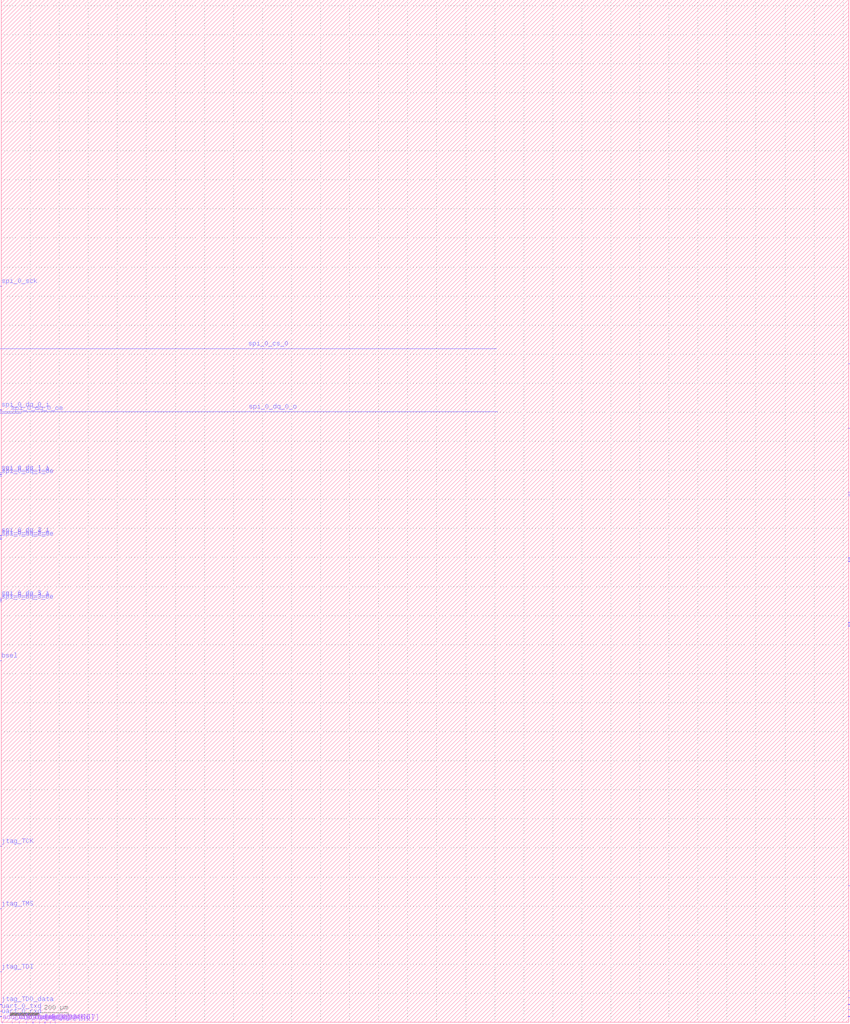
<source format=lef>
VERSION 5.7 ;
  NOWIREEXTENSIONATPIN ON ;
  DIVIDERCHAR "/" ;
  BUSBITCHARS "[]" ;
MACRO DIGITALTBD
  CLASS BLOCK ;
  FOREIGN DIGITALTBD ;
  ORIGIN 0.000 0.000 ;
  
  # FIXME: Reduce from `caravel_user` by (10x10)um (5um per side)
  SIZE 2920.000 BY 3520.000 ;

  PIN reset_wire_reset
    PORT
      LAYER met3 ;
        RECT 2917.600 2044.210 2924.000 2044.770 ;
    END
  END reset_wire_reset
  PIN clock
    PORT
      LAYER met3 ;
        RECT 2917.600 2266.320 2924.000 2266.880 ;
    END
  END clock
  PIN spi_0_dq_0_i
    PORT
      LAYER met3 ;
        RECT -4.000 2107.700 2.400 2108.260 ;
    END
  END spi_0_dq_0_i
  PIN spi_0_dq_1_i
    PORT
      LAYER met3 ;
        RECT -4.000 1891.590 2.400 1892.150 ;
    END
  END spi_0_dq_1_i
  PIN spi_0_dq_2_i
    PORT
      LAYER met3 ;
        RECT -4.000 1675.480 2.400 1676.040 ;
    END
  END spi_0_dq_2_i
  PIN spi_0_dq_3_i
    PORT
      LAYER met3 ;
        RECT -4.000 1459.370 2.400 1459.930 ;
    END
  END spi_0_dq_3_i
  PIN bsel
    PORT
      LAYER met3 ;
        RECT -4.000 1244.260 2.400 1244.820 ;
    END
  END bsel
  PIN jtag_TCK
    PORT
      LAYER met3 ;
        RECT -4.000 606.150 2.400 606.710 ;
    END
  END jtag_TCK
  PIN jtag_TMS
    PORT
      LAYER met3 ;
        RECT -4.000 390.040 2.400 390.600 ;
    END
  END jtag_TMS
  PIN jtag_TDI
    PORT
      LAYER met3 ;
        RECT -4.000 173.930 2.400 174.490 ;
    END
  END jtag_TDI
  PIN uart_0_rxd
    PORT
      LAYER met3 ;
        RECT -4.000 19.540 2.400 20.100 ;
    END
  END uart_0_rxd
  PIN serial_tl_bits_in_valid
    PORT
      LAYER met3 ;
        RECT 2917.600 60.910 2924.000 61.470 ;
    END
  END serial_tl_bits_in_valid
  PIN serial_tl_bits_in_bits
    PORT
      LAYER met3 ;
        RECT 2917.600 84.550 2924.000 85.110 ;
    END
  END serial_tl_bits_in_bits
  PIN serial_tl_bits_out_ready
    PORT
      LAYER met3 ;
        RECT 2917.600 108.190 2924.000 108.750 ;
    END
  END serial_tl_bits_out_ready
  PIN gpio_0_0_i
    PORT
      LAYER met3 ;
        RECT 2917.600 1363.880 2924.000 1364.440 ;
    END
  END gpio_0_0_i
  PIN gpio_0_1_i
    PORT
      LAYER met3 ;
        RECT 2917.600 1585.990 2924.000 1586.550 ;
    END
  END gpio_0_1_i
  PIN gpio_0_2_i
    PORT
      LAYER met3 ;
        RECT 2917.600 1812.100 2924.000 1812.660 ;
    END
  END gpio_0_2_i
  PIN spi_0_dq_0_oe
    PORT
      LAYER met3 ;
        RECT -4.000 2095.880 69.555 2096.440 ;
    END
  END spi_0_dq_0_oe
  PIN spi_0_dq_1_oe
    PORT
      LAYER met3 ;
        RECT -4.000 1879.770 2.400 1880.330 ;
    END
  END spi_0_dq_1_oe
  PIN spi_0_dq_2_oe
    PORT
      LAYER met3 ;
        RECT -4.000 1663.660 2.400 1664.220 ;
    END
  END spi_0_dq_2_oe
  PIN spi_0_dq_3_oe
    PORT
      LAYER met3 ;
        RECT -4.000 1447.550 2.400 1448.110 ;
    END
  END spi_0_dq_3_oe
  PIN gpio_0_0_oe
    PORT
      LAYER met3 ;
        RECT 2917.600 1375.700 2924.000 1376.260 ;
    END
  END gpio_0_0_oe
  PIN gpio_0_1_oe
    PORT
      LAYER met3 ;
        RECT 2917.600 1597.810 2924.000 1598.370 ;
    END
  END gpio_0_1_oe
  PIN gpio_0_2_oe
    PORT
      LAYER met3 ;
        RECT 2917.600 1823.920 2924.000 1824.480 ;
    END
  END gpio_0_2_oe
  PIN serial_tl_clock
    PORT
      LAYER met3 ;
        RECT 2917.600 19.540 2924.000 20.100 ;
    END
  END serial_tl_clock
  PIN spi_0_sck
    PORT
      LAYER met3 ;
        RECT -4.000 2534.010 2.400 2534.570 ;
    END
  END spi_0_sck
  PIN spi_0_cs_0
    PORT
      LAYER met3 ;
        RECT -4.000 2317.900 1705.395 2318.460 ;
    END
  END spi_0_cs_0
  PIN spi_0_dq_0_o
    PORT
      LAYER met3 ;
        RECT -4.000 2101.790 1709.250 2102.350 ;
    END
  END spi_0_dq_0_o
  PIN spi_0_dq_1_o
    PORT
      LAYER met3 ;
        RECT -4.000 1885.680 2.400 1886.240 ;
    END
  END spi_0_dq_1_o
  PIN spi_0_dq_2_o
    PORT
      LAYER met3 ;
        RECT -4.000 1669.570 2.400 1670.130 ;
    END
  END spi_0_dq_2_o
  PIN spi_0_dq_3_o
    PORT
      LAYER met3 ;
        RECT -4.000 1453.460 2.400 1454.020 ;
    END
  END spi_0_dq_3_o
  PIN serial_tl_bits_in_ready
    PORT
      LAYER met3 ;
        RECT 2917.600 43.180 2924.000 43.740 ;
    END
  END serial_tl_bits_in_ready
  PIN jtag_TDO_data
    PORT
      LAYER met3 ;
        RECT -4.000 60.910 2.400 61.470 ;
    END
  END jtag_TDO_data
  PIN uart_0_txd
    PORT
      LAYER met3 ;
        RECT -4.000 37.270 2.400 37.830 ;
    END
  END uart_0_txd
  PIN serial_tl_bits_out_valid
    PORT
      LAYER met3 ;
        RECT 2917.600 246.390 2924.000 246.950 ;
    END
  END serial_tl_bits_out_valid
  PIN serial_tl_bits_out_bits
    PORT
      LAYER met3 ;
        RECT 2917.600 469.680 2924.000 470.240 ;
    END
  END serial_tl_bits_out_bits
  PIN gpio_0_0_o
    PORT
      LAYER met3 ;
        RECT 2917.600 1369.790 2924.000 1370.350 ;
    END
  END gpio_0_0_o
  PIN gpio_0_1_o
    PORT
      LAYER met3 ;
        RECT 2917.600 1591.900 2924.000 1592.460 ;
    END
  END gpio_0_1_o
  PIN gpio_0_2_o
    PORT
      LAYER met3 ;
        RECT 2917.600 1818.010 2924.000 1818.570 ;
    END
  END gpio_0_2_o
  PIN adc_clk
    PORT
      LAYER met2 ;
        RECT 2.620 -4.000 3.180 2.400 ;
    END
  END adc_clk
  PIN adc_data[0]
    PORT
      LAYER met2 ;
        RECT 38.080 -4.000 38.640 2.400 ;
    END
  END adc_data[0]
  PIN adc_data[1]
    PORT
      LAYER met2 ;
        RECT 61.720 -4.000 62.280 2.400 ;
    END
  END adc_data[1]
  PIN adc_data[2]
    PORT
      LAYER met2 ;
        RECT 85.360 -4.000 85.920 2.400 ;
    END
  END adc_data[2]
  PIN adc_data[3]
    PORT
      LAYER met2 ;
        RECT 109.000 -4.000 109.560 2.400 ;
    END
  END adc_data[3]
  PIN adc_data[4]
    PORT
      LAYER met2 ;
        RECT 132.640 -4.000 133.200 2.400 ;
    END
  END adc_data[4]
  PIN adc_data[5]
    PORT
      LAYER met2 ;
        RECT 150.370 -4.000 150.930 2.400 ;
    END
  END adc_data[5]
  PIN adc_data[6]
    PORT
      LAYER met2 ;
        RECT 168.100 -4.000 168.660 2.400 ;
    END
  END adc_data[6]
  PIN adc_data[7]
    PORT
      LAYER met2 ;
        RECT 185.830 -4.000 186.390 2.400 ;
    END
  END adc_data[7]
  OBS 
    # Removing all obstructions
  END
END DIGITALTBD
END LIBRARY


</source>
